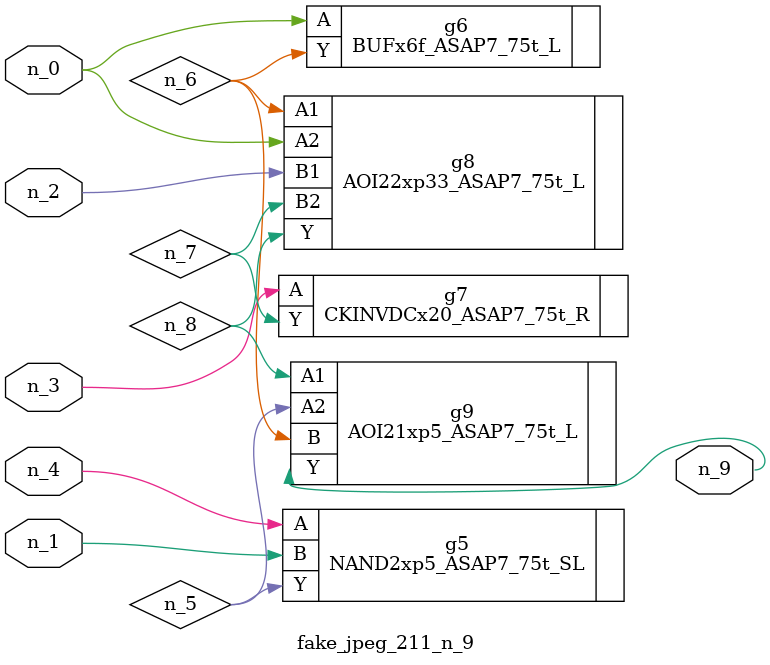
<source format=v>
module fake_jpeg_211_n_9 (n_3, n_2, n_1, n_0, n_4, n_9);

input n_3;
input n_2;
input n_1;
input n_0;
input n_4;

output n_9;

wire n_8;
wire n_6;
wire n_5;
wire n_7;

NAND2xp5_ASAP7_75t_SL g5 ( 
.A(n_4),
.B(n_1),
.Y(n_5)
);

BUFx6f_ASAP7_75t_L g6 ( 
.A(n_0),
.Y(n_6)
);

CKINVDCx20_ASAP7_75t_R g7 ( 
.A(n_3),
.Y(n_7)
);

AOI22xp33_ASAP7_75t_L g8 ( 
.A1(n_6),
.A2(n_0),
.B1(n_2),
.B2(n_7),
.Y(n_8)
);

AOI21xp5_ASAP7_75t_L g9 ( 
.A1(n_8),
.A2(n_5),
.B(n_6),
.Y(n_9)
);


endmodule
</source>
